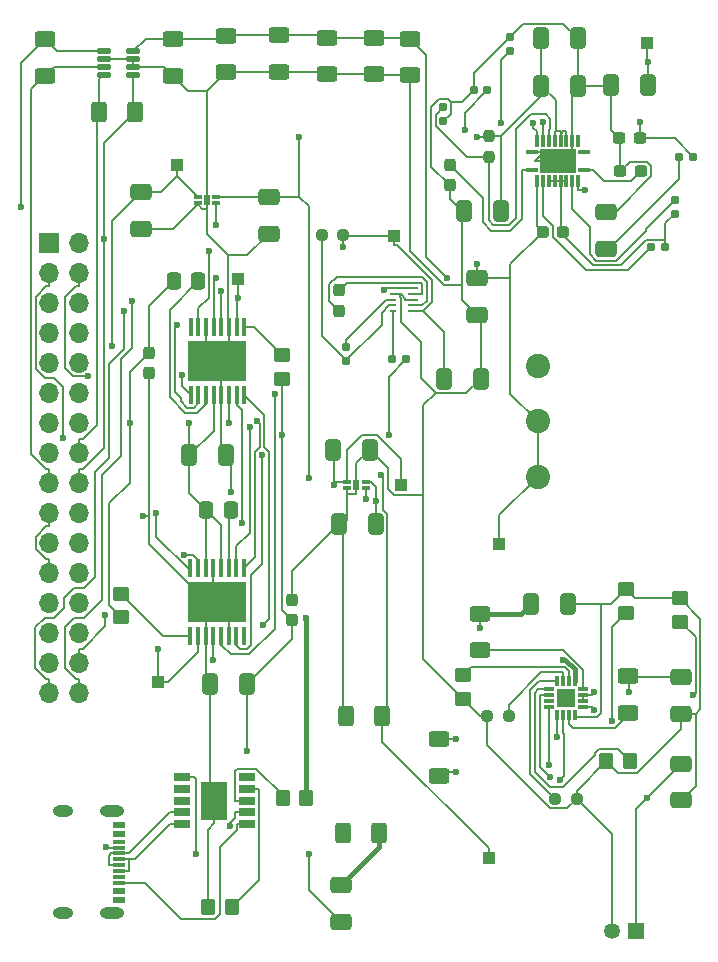
<source format=gbr>
%TF.GenerationSoftware,KiCad,Pcbnew,9.0.0*%
%TF.CreationDate,2025-04-05T16:57:48+02:00*%
%TF.ProjectId,PCB_v2,5043425f-7632-42e6-9b69-6361645f7063,rev?*%
%TF.SameCoordinates,Original*%
%TF.FileFunction,Copper,L1,Top*%
%TF.FilePolarity,Positive*%
%FSLAX46Y46*%
G04 Gerber Fmt 4.6, Leading zero omitted, Abs format (unit mm)*
G04 Created by KiCad (PCBNEW 9.0.0) date 2025-04-05 16:57:48*
%MOMM*%
%LPD*%
G01*
G04 APERTURE LIST*
G04 Aperture macros list*
%AMRoundRect*
0 Rectangle with rounded corners*
0 $1 Rounding radius*
0 $2 $3 $4 $5 $6 $7 $8 $9 X,Y pos of 4 corners*
0 Add a 4 corners polygon primitive as box body*
4,1,4,$2,$3,$4,$5,$6,$7,$8,$9,$2,$3,0*
0 Add four circle primitives for the rounded corners*
1,1,$1+$1,$2,$3*
1,1,$1+$1,$4,$5*
1,1,$1+$1,$6,$7*
1,1,$1+$1,$8,$9*
0 Add four rect primitives between the rounded corners*
20,1,$1+$1,$2,$3,$4,$5,0*
20,1,$1+$1,$4,$5,$6,$7,0*
20,1,$1+$1,$6,$7,$8,$9,0*
20,1,$1+$1,$8,$9,$2,$3,0*%
G04 Aperture macros list end*
%TA.AperFunction,SMDPad,CuDef*%
%ADD10R,1.000000X1.000000*%
%TD*%
%TA.AperFunction,ComponentPad*%
%ADD11R,1.350000X1.350000*%
%TD*%
%TA.AperFunction,ComponentPad*%
%ADD12C,1.350000*%
%TD*%
%TA.AperFunction,SMDPad,CuDef*%
%ADD13RoundRect,0.237500X0.250000X0.237500X-0.250000X0.237500X-0.250000X-0.237500X0.250000X-0.237500X0*%
%TD*%
%TA.AperFunction,SMDPad,CuDef*%
%ADD14RoundRect,0.250000X-0.625000X0.400000X-0.625000X-0.400000X0.625000X-0.400000X0.625000X0.400000X0*%
%TD*%
%TA.AperFunction,SMDPad,CuDef*%
%ADD15RoundRect,0.250000X0.400000X0.625000X-0.400000X0.625000X-0.400000X-0.625000X0.400000X-0.625000X0*%
%TD*%
%TA.AperFunction,SMDPad,CuDef*%
%ADD16RoundRect,0.250000X0.450000X-0.350000X0.450000X0.350000X-0.450000X0.350000X-0.450000X-0.350000X0*%
%TD*%
%TA.AperFunction,SMDPad,CuDef*%
%ADD17R,1.400000X0.700000*%
%TD*%
%TA.AperFunction,SMDPad,CuDef*%
%ADD18R,2.300000X3.200000*%
%TD*%
%TA.AperFunction,SMDPad,CuDef*%
%ADD19RoundRect,0.160000X0.197500X0.160000X-0.197500X0.160000X-0.197500X-0.160000X0.197500X-0.160000X0*%
%TD*%
%TA.AperFunction,SMDPad,CuDef*%
%ADD20RoundRect,0.250000X0.412500X0.650000X-0.412500X0.650000X-0.412500X-0.650000X0.412500X-0.650000X0*%
%TD*%
%TA.AperFunction,SMDPad,CuDef*%
%ADD21RoundRect,0.237500X0.237500X-0.250000X0.237500X0.250000X-0.237500X0.250000X-0.237500X-0.250000X0*%
%TD*%
%TA.AperFunction,SMDPad,CuDef*%
%ADD22RoundRect,0.250000X-0.412500X-0.650000X0.412500X-0.650000X0.412500X0.650000X-0.412500X0.650000X0*%
%TD*%
%TA.AperFunction,SMDPad,CuDef*%
%ADD23RoundRect,0.237500X0.237500X-0.300000X0.237500X0.300000X-0.237500X0.300000X-0.237500X-0.300000X0*%
%TD*%
%TA.AperFunction,SMDPad,CuDef*%
%ADD24RoundRect,0.237500X-0.237500X0.300000X-0.237500X-0.300000X0.237500X-0.300000X0.237500X0.300000X0*%
%TD*%
%TA.AperFunction,SMDPad,CuDef*%
%ADD25RoundRect,0.237500X-0.300000X-0.237500X0.300000X-0.237500X0.300000X0.237500X-0.300000X0.237500X0*%
%TD*%
%TA.AperFunction,SMDPad,CuDef*%
%ADD26RoundRect,0.250000X0.650000X-0.412500X0.650000X0.412500X-0.650000X0.412500X-0.650000X-0.412500X0*%
%TD*%
%TA.AperFunction,SMDPad,CuDef*%
%ADD27R,0.600000X0.250000*%
%TD*%
%TA.AperFunction,SMDPad,CuDef*%
%ADD28R,0.900000X0.250000*%
%TD*%
%TA.AperFunction,SMDPad,CuDef*%
%ADD29R,1.300000X0.250000*%
%TD*%
%TA.AperFunction,SMDPad,CuDef*%
%ADD30RoundRect,0.250000X-0.450000X0.350000X-0.450000X-0.350000X0.450000X-0.350000X0.450000X0.350000X0*%
%TD*%
%TA.AperFunction,SMDPad,CuDef*%
%ADD31RoundRect,0.250000X-0.650000X0.412500X-0.650000X-0.412500X0.650000X-0.412500X0.650000X0.412500X0*%
%TD*%
%TA.AperFunction,SMDPad,CuDef*%
%ADD32RoundRect,0.250000X0.350000X0.450000X-0.350000X0.450000X-0.350000X-0.450000X0.350000X-0.450000X0*%
%TD*%
%TA.AperFunction,SMDPad,CuDef*%
%ADD33RoundRect,0.155000X0.155000X-0.212500X0.155000X0.212500X-0.155000X0.212500X-0.155000X-0.212500X0*%
%TD*%
%TA.AperFunction,ComponentPad*%
%ADD34C,2.057400*%
%TD*%
%TA.AperFunction,SMDPad,CuDef*%
%ADD35R,0.990000X0.300000*%
%TD*%
%TA.AperFunction,SMDPad,CuDef*%
%ADD36R,0.300000X0.990000*%
%TD*%
%TA.AperFunction,SMDPad,CuDef*%
%ADD37R,3.150000X2.150000*%
%TD*%
%TA.AperFunction,SMDPad,CuDef*%
%ADD38RoundRect,0.033750X-0.321250X-0.101250X0.321250X-0.101250X0.321250X0.101250X-0.321250X0.101250X0*%
%TD*%
%TA.AperFunction,SMDPad,CuDef*%
%ADD39R,0.500000X0.860000*%
%TD*%
%TA.AperFunction,SMDPad,CuDef*%
%ADD40RoundRect,0.160000X0.160000X-0.197500X0.160000X0.197500X-0.160000X0.197500X-0.160000X-0.197500X0*%
%TD*%
%TA.AperFunction,SMDPad,CuDef*%
%ADD41R,1.140000X0.600000*%
%TD*%
%TA.AperFunction,SMDPad,CuDef*%
%ADD42R,1.140000X0.300000*%
%TD*%
%TA.AperFunction,ComponentPad*%
%ADD43O,2.050000X0.950000*%
%TD*%
%TA.AperFunction,ComponentPad*%
%ADD44O,1.750000X0.950000*%
%TD*%
%TA.AperFunction,SMDPad,CuDef*%
%ADD45RoundRect,0.237500X-0.250000X-0.237500X0.250000X-0.237500X0.250000X0.237500X-0.250000X0.237500X0*%
%TD*%
%TA.AperFunction,SMDPad,CuDef*%
%ADD46RoundRect,0.100000X-0.100000X0.687500X-0.100000X-0.687500X0.100000X-0.687500X0.100000X0.687500X0*%
%TD*%
%TA.AperFunction,HeatsinkPad*%
%ADD47R,5.000000X3.400000*%
%TD*%
%TA.AperFunction,SMDPad,CuDef*%
%ADD48RoundRect,0.060000X-0.545000X-0.180000X0.545000X-0.180000X0.545000X0.180000X-0.545000X0.180000X0*%
%TD*%
%TA.AperFunction,SMDPad,CuDef*%
%ADD49RoundRect,0.250000X-0.337500X-0.475000X0.337500X-0.475000X0.337500X0.475000X-0.337500X0.475000X0*%
%TD*%
%TA.AperFunction,SMDPad,CuDef*%
%ADD50RoundRect,0.250000X-0.400000X-0.625000X0.400000X-0.625000X0.400000X0.625000X-0.400000X0.625000X0*%
%TD*%
%TA.AperFunction,SMDPad,CuDef*%
%ADD51RoundRect,0.155000X-0.212500X-0.155000X0.212500X-0.155000X0.212500X0.155000X-0.212500X0.155000X0*%
%TD*%
%TA.AperFunction,SMDPad,CuDef*%
%ADD52RoundRect,0.237500X0.287500X0.237500X-0.287500X0.237500X-0.287500X-0.237500X0.287500X-0.237500X0*%
%TD*%
%TA.AperFunction,SMDPad,CuDef*%
%ADD53R,0.850000X0.300000*%
%TD*%
%TA.AperFunction,SMDPad,CuDef*%
%ADD54R,0.300000X0.850000*%
%TD*%
%TA.AperFunction,SMDPad,CuDef*%
%ADD55R,1.650000X1.650000*%
%TD*%
%TA.AperFunction,SMDPad,CuDef*%
%ADD56RoundRect,0.250000X-0.350000X-0.450000X0.350000X-0.450000X0.350000X0.450000X-0.350000X0.450000X0*%
%TD*%
%TA.AperFunction,SMDPad,CuDef*%
%ADD57RoundRect,0.237500X-0.237500X0.287500X-0.237500X-0.287500X0.237500X-0.287500X0.237500X0.287500X0*%
%TD*%
%TA.AperFunction,ComponentPad*%
%ADD58R,1.700000X1.700000*%
%TD*%
%TA.AperFunction,ComponentPad*%
%ADD59O,1.700000X1.700000*%
%TD*%
%TA.AperFunction,ComponentPad*%
%ADD60R,1.000000X1.000000*%
%TD*%
%TA.AperFunction,SMDPad,CuDef*%
%ADD61RoundRect,0.100000X0.100000X-0.687500X0.100000X0.687500X-0.100000X0.687500X-0.100000X-0.687500X0*%
%TD*%
%TA.AperFunction,ViaPad*%
%ADD62C,0.600000*%
%TD*%
%TA.AperFunction,Conductor*%
%ADD63C,0.200000*%
%TD*%
%TA.AperFunction,Conductor*%
%ADD64C,0.400000*%
%TD*%
G04 APERTURE END LIST*
D10*
%TO.P,TP6,1,1*%
%TO.N,/MOTOR3_A_OUT*%
X101350000Y-112550000D03*
%TD*%
D11*
%TO.P,J3,1,Pin_1*%
%TO.N,/Battery*%
X141775000Y-133600000D03*
D12*
%TO.P,J3,2,Pin_2*%
%TO.N,GND*%
X139775000Y-133600000D03*
%TD*%
D13*
%TO.P,R12,1*%
%TO.N,GND*%
X136787500Y-122376000D03*
%TO.P,R12,2*%
%TO.N,Net-(U6-ISET)*%
X134962500Y-122376000D03*
%TD*%
D14*
%TO.P,R32,1*%
%TO.N,/Battery*%
X107125000Y-57775000D03*
%TO.P,R32,2*%
%TO.N,GND*%
X107125000Y-60875000D03*
%TD*%
D15*
%TO.P,R16,1*%
%TO.N,/MCU C control*%
X120325000Y-115425000D03*
%TO.P,R16,2*%
%TO.N,GND*%
X117225000Y-115425000D03*
%TD*%
D10*
%TO.P,TP5,1,1*%
%TO.N,/MOTOR1_A_OUT*%
X108150000Y-78350000D03*
%TD*%
D16*
%TO.P,R17,1*%
%TO.N,Net-(U6-EN2)*%
X140950000Y-106651000D03*
%TO.P,R17,2*%
%TO.N,GND*%
X140950000Y-104651000D03*
%TD*%
D17*
%TO.P,IC1,1,VDD*%
%TO.N,Net-(IC1-VDD)*%
X103375000Y-120550000D03*
%TO.P,IC1,2,CFG2*%
%TO.N,unconnected-(IC1-CFG2-Pad2)*%
X103375000Y-121550000D03*
%TO.P,IC1,3,CFG3*%
%TO.N,unconnected-(IC1-CFG3-Pad3)*%
X103375000Y-122550000D03*
%TO.P,IC1,4,DP*%
%TO.N,Net-(IC1-DP)*%
X103375000Y-123550000D03*
%TO.P,IC1,5,DM*%
%TO.N,Net-(IC1-DM)*%
X103375000Y-124550000D03*
%TO.P,IC1,6,CC2*%
%TO.N,Net-(IC1-CC2)*%
X108875000Y-124550000D03*
%TO.P,IC1,7,CC1*%
%TO.N,Net-(IC1-CC1)*%
X108875000Y-123550000D03*
%TO.P,IC1,8,VBUS*%
%TO.N,Net-(IC1-VBUS)*%
X108875000Y-122550000D03*
%TO.P,IC1,9,CFG1*%
%TO.N,Net-(IC1-CFG1)*%
X108875000Y-121550000D03*
%TO.P,IC1,10,PG*%
%TO.N,unconnected-(IC1-PG-Pad10)*%
X108875000Y-120550000D03*
D18*
%TO.P,IC1,11,GND*%
%TO.N,GND*%
X106125000Y-122550000D03*
%TD*%
D14*
%TO.P,R18,1*%
%TO.N,Net-(C14-Pad2)*%
X141150000Y-112025000D03*
%TO.P,R18,2*%
%TO.N,Net-(U6-~{PGOOD})*%
X141150000Y-115125000D03*
%TD*%
D19*
%TO.P,R25,1*%
%TO.N,/Battery*%
X122345000Y-85175000D03*
%TO.P,R25,2*%
%TO.N,Net-(IC3-PG)*%
X121150000Y-85175000D03*
%TD*%
D20*
%TO.P,C15,1*%
%TO.N,GND*%
X136912500Y-62025000D03*
%TO.P,C15,2*%
%TO.N,/5V Out*%
X133787500Y-62025000D03*
%TD*%
D21*
%TO.P,R20,1*%
%TO.N,Net-(IC2-FB)*%
X129350000Y-68087500D03*
%TO.P,R20,2*%
%TO.N,/5V Out*%
X129350000Y-66262500D03*
%TD*%
D20*
%TO.P,C6,1*%
%TO.N,GND*%
X136037500Y-105901000D03*
%TO.P,C6,2*%
%TO.N,/HV*%
X132912500Y-105901000D03*
%TD*%
D22*
%TO.P,C8,1*%
%TO.N,/EXT_LOAD1_OUT*%
X116162500Y-92825000D03*
%TO.P,C8,2*%
%TO.N,GND*%
X119287500Y-92825000D03*
%TD*%
D23*
%TO.P,C21,1*%
%TO.N,GND*%
X126075000Y-70462500D03*
%TO.P,C21,2*%
%TO.N,Net-(IC2-VCC)*%
X126075000Y-68737500D03*
%TD*%
D24*
%TO.P,C11,1*%
%TO.N,/Battery*%
X100600000Y-84612500D03*
%TO.P,C11,2*%
%TO.N,GND*%
X100600000Y-86337500D03*
%TD*%
D15*
%TO.P,R8,1*%
%TO.N,/3V3 Out*%
X99425000Y-64275000D03*
%TO.P,R8,2*%
%TO.N,/I2C1_SCL*%
X96325000Y-64275000D03*
%TD*%
D10*
%TO.P,TP2,1,1*%
%TO.N,/EXT_LOAD2_OUT*%
X102950000Y-68700000D03*
%TD*%
%TO.P,TP1,1,1*%
%TO.N,/EXT_LOAD1_OUT*%
X121950000Y-95850000D03*
%TD*%
D25*
%TO.P,C17,1*%
%TO.N,GND*%
X140412500Y-66475000D03*
%TO.P,C17,2*%
%TO.N,Net-(IC2-COMP)*%
X142137500Y-66475000D03*
%TD*%
D26*
%TO.P,C13,1*%
%TO.N,GND*%
X145650000Y-122538500D03*
%TO.P,C13,2*%
%TO.N,/Battery*%
X145650000Y-119413500D03*
%TD*%
D14*
%TO.P,R14,1*%
%TO.N,Net-(C14-Pad2)*%
X125150000Y-117350000D03*
%TO.P,R14,2*%
%TO.N,Net-(U6-~{CHG})*%
X125150000Y-120450000D03*
%TD*%
D27*
%TO.P,IC3,1,EN*%
%TO.N,/Battery*%
X121275000Y-79125000D03*
%TO.P,IC3,2,MODE*%
%TO.N,GND*%
X121275000Y-79625000D03*
%TO.P,IC3,3,AGND*%
%TO.N,Net-(IC3-AGND)*%
X121275000Y-80125000D03*
%TO.P,IC3,4,FB*%
%TO.N,Net-(IC3-FB)*%
X121275000Y-80625000D03*
%TO.P,IC3,5,PG*%
%TO.N,Net-(IC3-PG)*%
X121275000Y-81125000D03*
D28*
%TO.P,IC3,6,VOUT*%
%TO.N,/3V3 Out*%
X122925000Y-81125000D03*
%TO.P,IC3,7,L2*%
%TO.N,Net-(IC3-L2)*%
X122925000Y-80625000D03*
D29*
%TO.P,IC3,8,GND*%
%TO.N,GND*%
X122725000Y-80125000D03*
D28*
%TO.P,IC3,9,L1*%
%TO.N,Net-(IC3-L1)*%
X122925000Y-79625000D03*
%TO.P,IC3,10,VIN*%
%TO.N,/Battery*%
X122925000Y-79125000D03*
%TD*%
D30*
%TO.P,R19,1*%
%TO.N,Net-(U6-TMR)*%
X127150000Y-111950000D03*
%TO.P,R19,2*%
%TO.N,GND*%
X127150000Y-113950000D03*
%TD*%
D31*
%TO.P,C10,1*%
%TO.N,/EXT_LOAD2_OUT*%
X99900000Y-71012500D03*
%TO.P,C10,2*%
%TO.N,GND*%
X99900000Y-74137500D03*
%TD*%
D26*
%TO.P,C14,1*%
%TO.N,GND*%
X145650000Y-115188500D03*
%TO.P,C14,2*%
%TO.N,Net-(C14-Pad2)*%
X145650000Y-112063500D03*
%TD*%
D14*
%TO.P,R13,1*%
%TO.N,/HV*%
X128575000Y-106725000D03*
%TO.P,R13,2*%
%TO.N,Net-(U6-ILIM)*%
X128575000Y-109825000D03*
%TD*%
D32*
%TO.P,R33,1*%
%TO.N,Net-(U6-TS)*%
X141300000Y-119201000D03*
%TO.P,R33,2*%
%TO.N,GND*%
X139300000Y-119201000D03*
%TD*%
D33*
%TO.P,C24,1*%
%TO.N,Net-(IC2-SW_1)*%
X145075000Y-72867500D03*
%TO.P,C24,2*%
%TO.N,Net-(IC2-BOOT)*%
X145075000Y-71732500D03*
%TD*%
D10*
%TO.P,TP3,1,1*%
%TO.N,/Battery*%
X130225000Y-100800000D03*
%TD*%
D34*
%TO.P,SW1,1,1*%
%TO.N,unconnected-(SW1-Pad1)*%
X133490700Y-85733400D03*
%TO.P,SW1,2,2*%
%TO.N,/Battery*%
X133490700Y-90433401D03*
%TO.P,SW1,3,3*%
X133490700Y-95133401D03*
%TD*%
D35*
%TO.P,IC2,1,VCC*%
%TO.N,Net-(IC2-VCC)*%
X132975000Y-69125000D03*
D36*
%TO.P,IC2,2,EN*%
%TO.N,/Battery*%
X133425000Y-70075000D03*
%TO.P,IC2,3,FSW*%
%TO.N,Net-(IC2-FSW)*%
X133925000Y-70075000D03*
%TO.P,IC2,4,SW_1*%
%TO.N,Net-(IC2-SW_1)*%
X134425000Y-70075000D03*
%TO.P,IC2,5,SW_2*%
X134925000Y-70075000D03*
%TO.P,IC2,6,SW_3*%
X135425000Y-70075000D03*
%TO.P,IC2,7,SW_4*%
X135925000Y-70075000D03*
%TO.P,IC2,8,BOOT*%
%TO.N,Net-(IC2-BOOT)*%
X136425000Y-70075000D03*
%TO.P,IC2,9,VBN*%
%TO.N,Net-(IC2-VBN)*%
X136925000Y-70075000D03*
D35*
%TO.P,IC2,10,SS*%
%TO.N,Net-(IC2-SS)*%
X137375000Y-69125000D03*
%TO.P,IC2,11,NC_1*%
%TO.N,unconnected-(IC2-NC_1-Pad11)*%
X137375000Y-67625000D03*
D36*
%TO.P,IC2,12,NC_2*%
%TO.N,unconnected-(IC2-NC_2-Pad12)*%
X136925000Y-66675000D03*
%TO.P,IC2,13,MODE*%
%TO.N,GND*%
X136425000Y-66675000D03*
%TO.P,IC2,14,VOUT_1*%
%TO.N,/5V Out*%
X135925000Y-66675000D03*
%TO.P,IC2,15,VOUT_2*%
X135425000Y-66675000D03*
%TO.P,IC2,16,VOUT_3*%
X134925000Y-66675000D03*
%TO.P,IC2,17,FB*%
%TO.N,Net-(IC2-FB)*%
X134425000Y-66675000D03*
%TO.P,IC2,18,COMP*%
%TO.N,Net-(IC2-COMP)*%
X133925000Y-66675000D03*
%TO.P,IC2,19,ILIM*%
%TO.N,Net-(IC2-ILIM)*%
X133425000Y-66675000D03*
D35*
%TO.P,IC2,20,AGND*%
%TO.N,GND*%
X132975000Y-67625000D03*
D37*
%TO.P,IC2,21,PGND*%
X135175000Y-68375000D03*
%TD*%
D38*
%TO.P,U4,1,OUT*%
%TO.N,/EXT_LOAD1_OUT*%
X117335000Y-95600000D03*
%TO.P,U4,2,GND*%
%TO.N,GND*%
X117335000Y-96100000D03*
%TO.P,U4,3,ON*%
%TO.N,/CTRL_EXT_LOAD1*%
X118925000Y-96100000D03*
%TO.P,U4,4,IN*%
%TO.N,/5V Out*%
X118925000Y-95600000D03*
D39*
%TO.P,U4,5,GND*%
%TO.N,GND*%
X118130000Y-95850000D03*
%TD*%
D40*
%TO.P,R23,1*%
%TO.N,Net-(IC2-ILIM)*%
X131150000Y-59097500D03*
%TO.P,R23,2*%
%TO.N,GND*%
X131150000Y-57902500D03*
%TD*%
D41*
%TO.P,J2,A1_B12*%
%TO.N,N/C*%
X98025000Y-124575000D03*
%TO.P,J2,A4_B9*%
X98025000Y-125375000D03*
D42*
%TO.P,J2,A5,CC1*%
%TO.N,Net-(IC1-CC1)*%
X98025000Y-126525000D03*
%TO.P,J2,A6,D+*%
%TO.N,Net-(IC1-DM)*%
X98025000Y-127525000D03*
%TO.P,J2,A7,D-*%
%TO.N,Net-(IC1-DP)*%
X98025000Y-128025000D03*
%TO.P,J2,A8,SBU1*%
%TO.N,unconnected-(J2-SBU1-PadA8)*%
X98025000Y-129025000D03*
D41*
%TO.P,J2,B1_A12*%
%TO.N,N/C*%
X98025000Y-130975000D03*
%TO.P,J2,B4_A9*%
X98025000Y-130175000D03*
D42*
%TO.P,J2,B5,CC2*%
%TO.N,Net-(IC1-CC2)*%
X98025000Y-129525000D03*
%TO.P,J2,B6,D+*%
%TO.N,Net-(IC1-DM)*%
X98025000Y-128525000D03*
%TO.P,J2,B7,D-*%
%TO.N,Net-(IC1-DP)*%
X98025000Y-127025000D03*
%TO.P,J2,B8,SBU2*%
%TO.N,unconnected-(J2-SBU2-PadB8)*%
X98025000Y-126025000D03*
D43*
%TO.P,J2,SH1*%
%TO.N,N/C*%
X97475000Y-123450000D03*
%TO.P,J2,SH2*%
X97475000Y-132100000D03*
D44*
%TO.P,J2,SH3*%
X93275000Y-123450000D03*
%TO.P,J2,SH4*%
X93275000Y-132100000D03*
%TD*%
D45*
%TO.P,R11,1*%
%TO.N,GND*%
X129200000Y-115425000D03*
%TO.P,R11,2*%
%TO.N,Net-(U6-ITERM)*%
X131025000Y-115425000D03*
%TD*%
D10*
%TO.P,3v3TP1,1,1*%
%TO.N,/3V3 Out*%
X121300000Y-74725000D03*
%TD*%
%TO.P,TP4,1,1*%
%TO.N,/5V Out*%
X142775000Y-58425000D03*
%TD*%
D46*
%TO.P,U1,1,~{SLEEP}*%
%TO.N,Net-(U1-~{SLEEP})*%
X108650000Y-82487500D03*
%TO.P,U1,2,AOUT1*%
%TO.N,/MOTOR1_A_OUT*%
X108000000Y-82487500D03*
%TO.P,U1,3,AISEN*%
%TO.N,GND*%
X107350000Y-82487500D03*
%TO.P,U1,4,AOUT2*%
%TO.N,/MOTOR1_B_OUT*%
X106700000Y-82487500D03*
%TO.P,U1,5,BOUT2*%
%TO.N,/Motor2_B_OUT*%
X106050000Y-82487500D03*
%TO.P,U1,6,BISEN*%
%TO.N,GND*%
X105400000Y-82487500D03*
%TO.P,U1,7,BOUT1*%
%TO.N,/Motor2_A_OUT*%
X104750000Y-82487500D03*
%TO.P,U1,8,~{FAULT}*%
%TO.N,unconnected-(U1-~{FAULT}-Pad8)*%
X104100000Y-82487500D03*
%TO.P,U1,9,BIN1*%
%TO.N,/MOTOR2_CTRL1*%
X104100000Y-88212500D03*
%TO.P,U1,10,BIN2*%
%TO.N,/MOTOR2_CTRL2*%
X104750000Y-88212500D03*
%TO.P,U1,11,VCP*%
%TO.N,Net-(U1-VCP)*%
X105400000Y-88212500D03*
%TO.P,U1,12,VM*%
%TO.N,/Battery*%
X106050000Y-88212500D03*
%TO.P,U1,13,GND*%
%TO.N,GND*%
X106700000Y-88212500D03*
%TO.P,U1,14,VINT*%
%TO.N,/Battery*%
X107350000Y-88212500D03*
%TO.P,U1,15,AIN2*%
%TO.N,/MOTOR1_CTRL2*%
X108000000Y-88212500D03*
%TO.P,U1,16,AIN1*%
%TO.N,/MOTOR1_CTRL1*%
X108650000Y-88212500D03*
D47*
%TO.P,U1,17,GND*%
%TO.N,GND*%
X106375000Y-85350000D03*
%TD*%
D40*
%TO.P,R21,1*%
%TO.N,GND*%
X125512500Y-65047500D03*
%TO.P,R21,2*%
%TO.N,Net-(IC2-FB)*%
X125512500Y-63852500D03*
%TD*%
D14*
%TO.P,R29,1*%
%TO.N,/Battery*%
X122650000Y-58050000D03*
%TO.P,R29,2*%
%TO.N,GND*%
X122650000Y-61150000D03*
%TD*%
D48*
%TO.P,U3,1,A1*%
%TO.N,/3V3 Out*%
X96735000Y-59125000D03*
%TO.P,U3,2,A0*%
%TO.N,GND*%
X96735000Y-59775000D03*
%TO.P,U3,3,SDA*%
%TO.N,/I2C1_SDA*%
X96735000Y-60425000D03*
%TO.P,U3,4,SCL*%
%TO.N,/I2C1_SCL*%
X96735000Y-61075000D03*
%TO.P,U3,5,VS*%
%TO.N,/3V3 Out*%
X99245000Y-61075000D03*
%TO.P,U3,6,GND*%
%TO.N,GND*%
X99245000Y-60425000D03*
%TO.P,U3,7,IN-*%
X99245000Y-59775000D03*
%TO.P,U3,8,IN+*%
%TO.N,/Battery*%
X99245000Y-59125000D03*
%TD*%
D20*
%TO.P,C2,1*%
%TO.N,/Battery*%
X108855000Y-112675000D03*
%TO.P,C2,2*%
%TO.N,GND*%
X105730000Y-112675000D03*
%TD*%
D49*
%TO.P,C12,1*%
%TO.N,/Battery*%
X102662500Y-78600000D03*
%TO.P,C12,2*%
%TO.N,Net-(U1-VCP)*%
X104737500Y-78600000D03*
%TD*%
D19*
%TO.P,R24,1*%
%TO.N,Net-(IC2-SW_1)*%
X144300000Y-75700000D03*
%TO.P,R24,2*%
%TO.N,Net-(IC2-FSW)*%
X143105000Y-75700000D03*
%TD*%
D14*
%TO.P,R30,1*%
%TO.N,/Battery*%
X115650000Y-57950000D03*
%TO.P,R30,2*%
%TO.N,GND*%
X115650000Y-61050000D03*
%TD*%
D50*
%TO.P,R7,1*%
%TO.N,Vbus*%
X116975000Y-125275000D03*
%TO.P,R7,2*%
%TO.N,VDD*%
X120075000Y-125275000D03*
%TD*%
D30*
%TO.P,R2,1*%
%TO.N,Net-(U1-~{SLEEP})*%
X111825000Y-84825000D03*
%TO.P,R2,2*%
%TO.N,/Battery*%
X111825000Y-86825000D03*
%TD*%
D51*
%TO.P,C23,1*%
%TO.N,GND*%
X128090000Y-62375000D03*
%TO.P,C23,2*%
%TO.N,Net-(IC2-VBN)*%
X129225000Y-62375000D03*
%TD*%
D52*
%TO.P,L1,1,1*%
%TO.N,Net-(IC2-SW_1)*%
X135650000Y-74400000D03*
%TO.P,L1,2,2*%
%TO.N,/Battery*%
X133900000Y-74400000D03*
%TD*%
D14*
%TO.P,R28,1*%
%TO.N,/Battery*%
X119625000Y-57950000D03*
%TO.P,R28,2*%
%TO.N,GND*%
X119625000Y-61050000D03*
%TD*%
D49*
%TO.P,C4,1*%
%TO.N,/Battery*%
X105412500Y-97950000D03*
%TO.P,C4,2*%
%TO.N,Net-(U2-VCP)*%
X107487500Y-97950000D03*
%TD*%
D31*
%TO.P,C25,1*%
%TO.N,/Battery*%
X128375000Y-78287500D03*
%TO.P,C25,2*%
%TO.N,GND*%
X128375000Y-81412500D03*
%TD*%
D53*
%TO.P,U6,1,TS*%
%TO.N,Net-(U6-TS)*%
X134425000Y-113125000D03*
%TO.P,U6,2,BAT*%
%TO.N,/Battery*%
X134425000Y-113625000D03*
%TO.P,U6,3,BAT*%
%TO.N,unconnected-(U6-BAT-Pad3)*%
X134425000Y-114125000D03*
%TO.P,U6,4,~{CE}*%
%TO.N,Net-(U6-~{CE})*%
X134425000Y-114625000D03*
D54*
%TO.P,U6,5,EN2*%
%TO.N,Net-(U6-EN2)*%
X135125000Y-115325000D03*
%TO.P,U6,6,EN1*%
%TO.N,/MCU C control*%
X135625000Y-115325000D03*
%TO.P,U6,7,~{PGOOD}*%
%TO.N,Net-(U6-~{PGOOD})*%
X136125000Y-115325000D03*
%TO.P,U6,8,VSS*%
%TO.N,GND*%
X136625000Y-115325000D03*
D53*
%TO.P,U6,9,~{CHG}*%
%TO.N,Net-(U6-~{CHG})*%
X137325000Y-114625000D03*
%TO.P,U6,10,OUT*%
%TO.N,Net-(C14-Pad2)*%
X137325000Y-114125000D03*
%TO.P,U6,11,OUT*%
X137325000Y-113625000D03*
%TO.P,U6,12,ILIM*%
%TO.N,Net-(U6-ILIM)*%
X137325000Y-113125000D03*
D54*
%TO.P,U6,13,IN*%
%TO.N,/HV*%
X136625000Y-112425000D03*
%TO.P,U6,14,TMR*%
%TO.N,Net-(U6-TMR)*%
X136125000Y-112425000D03*
%TO.P,U6,15,ITERM*%
%TO.N,Net-(U6-ITERM)*%
X135625000Y-112425000D03*
%TO.P,U6,16,ISET*%
%TO.N,Net-(U6-ISET)*%
X135125000Y-112425000D03*
D55*
%TO.P,U6,17,VSS*%
%TO.N,unconnected-(U6-VSS-Pad17)*%
X135875000Y-113875000D03*
%TD*%
D20*
%TO.P,C16,1*%
%TO.N,GND*%
X136862500Y-57975000D03*
%TO.P,C16,2*%
%TO.N,/5V Out*%
X133737500Y-57975000D03*
%TD*%
D56*
%TO.P,R10,1*%
%TO.N,Net-(IC1-VBUS)*%
X111900000Y-122300000D03*
%TO.P,R10,2*%
%TO.N,/HV*%
X113900000Y-122300000D03*
%TD*%
D22*
%TO.P,C19,1*%
%TO.N,GND*%
X139687500Y-61950000D03*
%TO.P,C19,2*%
%TO.N,/5V Out*%
X142812500Y-61950000D03*
%TD*%
D25*
%TO.P,C22,1*%
%TO.N,GND*%
X140487500Y-69275000D03*
%TO.P,C22,2*%
%TO.N,Net-(IC2-SS)*%
X142212500Y-69275000D03*
%TD*%
D38*
%TO.P,U5,1,OUT*%
%TO.N,/EXT_LOAD2_OUT*%
X104705000Y-71450000D03*
%TO.P,U5,2,GND*%
%TO.N,GND*%
X104705000Y-71950000D03*
%TO.P,U5,3,ON*%
%TO.N,/CTRL_EXT_LOAD2*%
X106295000Y-71950000D03*
%TO.P,U5,4,IN*%
%TO.N,/5V Out*%
X106295000Y-71450000D03*
D39*
%TO.P,U5,5,GND*%
%TO.N,GND*%
X105500000Y-71700000D03*
%TD*%
D40*
%TO.P,R27,1*%
%TO.N,Net-(IC3-FB)*%
X117275000Y-85372500D03*
%TO.P,R27,2*%
%TO.N,Net-(IC3-AGND)*%
X117275000Y-84177500D03*
%TD*%
D14*
%TO.P,R3,1*%
%TO.N,/Battery*%
X102600000Y-58075000D03*
%TO.P,R3,2*%
%TO.N,GND*%
X102600000Y-61175000D03*
%TD*%
D57*
%TO.P,L2,1,1*%
%TO.N,Net-(IC3-L1)*%
X116700000Y-79325000D03*
%TO.P,L2,2,2*%
%TO.N,Net-(IC3-L2)*%
X116700000Y-81075000D03*
%TD*%
D31*
%TO.P,C18,1*%
%TO.N,GND*%
X139300000Y-72712500D03*
%TO.P,C18,2*%
%TO.N,Net-(C18-Pad2)*%
X139300000Y-75837500D03*
%TD*%
D19*
%TO.P,R22,1*%
%TO.N,Net-(IC2-COMP)*%
X146657500Y-68050000D03*
%TO.P,R22,2*%
%TO.N,Net-(C18-Pad2)*%
X145462500Y-68050000D03*
%TD*%
D58*
%TO.P,J1,1,Pin_1*%
%TO.N,/Motor2_B_OUT*%
X92150000Y-75310000D03*
D59*
%TO.P,J1,2,Pin_2*%
%TO.N,/Motor2_A_OUT*%
X94690000Y-75310000D03*
%TO.P,J1,3,Pin_3*%
%TO.N,/Motor4_A_OUT*%
X92150000Y-77850000D03*
%TO.P,J1,4,Pin_4*%
%TO.N,/MOTOR2_CTRL1*%
X94690000Y-77850000D03*
%TO.P,J1,5,Pin_5*%
%TO.N,/Motor4_B_OUT*%
X92150000Y-80390000D03*
%TO.P,J1,6,Pin_6*%
%TO.N,/MOTOR2_CTRL2*%
X94690000Y-80390000D03*
%TO.P,J1,7,Pin_7*%
%TO.N,/CTRL_EXT_LOAD2*%
X92150000Y-82930000D03*
%TO.P,J1,8,Pin_8*%
%TO.N,/MOTOR4_CTRL1*%
X94690000Y-82930000D03*
%TO.P,J1,9,Pin_9*%
%TO.N,/USART2_RX*%
X92150000Y-85470000D03*
%TO.P,J1,10,Pin_10*%
%TO.N,/MOTOR4_CTRL2*%
X94690000Y-85470000D03*
%TO.P,J1,11,Pin_11*%
%TO.N,/EXT_LOAD2_OUT*%
X92150000Y-88010000D03*
%TO.P,J1,12,Pin_12*%
%TO.N,/USART2_TX*%
X94690000Y-88010000D03*
%TO.P,J1,13,Pin_13*%
%TO.N,/MCU C control*%
X92150000Y-90550000D03*
%TO.P,J1,14,Pin_14*%
%TO.N,/Battery*%
X94690000Y-90550000D03*
%TO.P,J1,15,Pin_15*%
%TO.N,unconnected-(J1-Pin_15-Pad15)*%
X92150000Y-93090000D03*
%TO.P,J1,16,Pin_16*%
%TO.N,/I2C1_SCL*%
X94690000Y-93090000D03*
%TO.P,J1,17,Pin_17*%
%TO.N,/I2C1_SDA*%
X92150000Y-95630000D03*
%TO.P,J1,18,Pin_18*%
%TO.N,/3V3 Out*%
X94690000Y-95630000D03*
%TO.P,J1,19,Pin_19*%
%TO.N,GND*%
X92150000Y-98170000D03*
%TO.P,J1,20,Pin_20*%
%TO.N,/5V Out*%
X94690000Y-98170000D03*
%TO.P,J1,21,Pin_21*%
%TO.N,/EXT_LOAD1_OUT*%
X92150000Y-100710000D03*
%TO.P,J1,22,Pin_22*%
%TO.N,/HV*%
X94690000Y-100710000D03*
%TO.P,J1,23,Pin_23*%
%TO.N,GND*%
X92150000Y-103250000D03*
%TO.P,J1,24,Pin_24*%
%TO.N,/MOTOR3_CTRL1*%
X94690000Y-103250000D03*
%TO.P,J1,25,Pin_25*%
%TO.N,/CTRL_EXT_LOAD1*%
X92150000Y-105790000D03*
%TO.P,J1,26,Pin_26*%
%TO.N,/MOTOR3_CTRL2*%
X94690000Y-105790000D03*
%TO.P,J1,27,Pin_27*%
%TO.N,/MOTOR3_A_OUT*%
X92150000Y-108330000D03*
%TO.P,J1,28,Pin_28*%
%TO.N,/MOTOR1_CTRL1*%
X94690000Y-108330000D03*
%TO.P,J1,29,Pin_29*%
%TO.N,/MOTOR3_B_OUT*%
X92150000Y-110870000D03*
%TO.P,J1,30,Pin_30*%
%TO.N,/MOTOR1_CTRL2*%
X94690000Y-110870000D03*
%TO.P,J1,31,Pin_31*%
%TO.N,/MOTOR1_B_OUT*%
X92150000Y-113410000D03*
%TO.P,J1,32,Pin_32*%
%TO.N,/MOTOR1_A_OUT*%
X94690000Y-113410000D03*
%TD*%
D60*
%TO.P,MCUTP1,1,1*%
%TO.N,/MCU C control*%
X129350000Y-127375000D03*
%TD*%
D16*
%TO.P,R15,1*%
%TO.N,Net-(U6-~{CE})*%
X145525000Y-107401000D03*
%TO.P,R15,2*%
%TO.N,GND*%
X145525000Y-105401000D03*
%TD*%
D31*
%TO.P,C9,1*%
%TO.N,/5V Out*%
X110700000Y-71412500D03*
%TO.P,C9,2*%
%TO.N,GND*%
X110700000Y-74537500D03*
%TD*%
D30*
%TO.P,R6,1*%
%TO.N,Net-(U2-~{SLEEP})*%
X98200000Y-105025000D03*
%TO.P,R6,2*%
%TO.N,/Battery*%
X98200000Y-107025000D03*
%TD*%
D22*
%TO.P,C20,1*%
%TO.N,GND*%
X127262500Y-72625000D03*
%TO.P,C20,2*%
%TO.N,/5V Out*%
X130387500Y-72625000D03*
%TD*%
%TO.P,C1,1*%
%TO.N,/Battery*%
X103970000Y-93300000D03*
%TO.P,C1,2*%
%TO.N,GND*%
X107095000Y-93300000D03*
%TD*%
D61*
%TO.P,U2,1,~{SLEEP}*%
%TO.N,Net-(U2-~{SLEEP})*%
X104075000Y-108612500D03*
%TO.P,U2,2,AOUT1*%
%TO.N,/MOTOR3_A_OUT*%
X104725000Y-108612500D03*
%TO.P,U2,3,AISEN*%
%TO.N,GND*%
X105375000Y-108612500D03*
%TO.P,U2,4,AOUT2*%
%TO.N,/MOTOR3_B_OUT*%
X106025000Y-108612500D03*
%TO.P,U2,5,BOUT2*%
%TO.N,/Motor4_B_OUT*%
X106675000Y-108612500D03*
%TO.P,U2,6,BISEN*%
%TO.N,GND*%
X107325000Y-108612500D03*
%TO.P,U2,7,BOUT1*%
%TO.N,/Motor4_A_OUT*%
X107975000Y-108612500D03*
%TO.P,U2,8,~{FAULT}*%
%TO.N,unconnected-(U2-~{FAULT}-Pad8)*%
X108625000Y-108612500D03*
%TO.P,U2,9,BIN1*%
%TO.N,/MOTOR4_CTRL1*%
X108625000Y-102887500D03*
%TO.P,U2,10,BIN2*%
%TO.N,/MOTOR4_CTRL2*%
X107975000Y-102887500D03*
%TO.P,U2,11,VCP*%
%TO.N,Net-(U2-VCP)*%
X107325000Y-102887500D03*
%TO.P,U2,12,VM*%
%TO.N,/Battery*%
X106675000Y-102887500D03*
%TO.P,U2,13,GND*%
%TO.N,GND*%
X106025000Y-102887500D03*
%TO.P,U2,14,VINT*%
%TO.N,/Battery*%
X105375000Y-102887500D03*
%TO.P,U2,15,AIN2*%
%TO.N,/MOTOR3_CTRL2*%
X104725000Y-102887500D03*
%TO.P,U2,16,AIN1*%
%TO.N,/MOTOR3_CTRL1*%
X104075000Y-102887500D03*
D47*
%TO.P,U2,17,GND*%
%TO.N,GND*%
X106350000Y-105750000D03*
%TD*%
D23*
%TO.P,C5,1*%
%TO.N,/Battery*%
X112700000Y-107287500D03*
%TO.P,C5,2*%
%TO.N,GND*%
X112700000Y-105562500D03*
%TD*%
D14*
%TO.P,R5,1*%
%TO.N,/3V3 Out*%
X91750000Y-58075000D03*
%TO.P,R5,2*%
%TO.N,/I2C1_SDA*%
X91750000Y-61175000D03*
%TD*%
D31*
%TO.P,C3,1*%
%TO.N,VDD*%
X116800000Y-129737500D03*
%TO.P,C3,2*%
%TO.N,Net-(IC1-VDD)*%
X116800000Y-132862500D03*
%TD*%
D14*
%TO.P,R31,1*%
%TO.N,/Battery*%
X111575000Y-57750000D03*
%TO.P,R31,2*%
%TO.N,GND*%
X111575000Y-60850000D03*
%TD*%
D22*
%TO.P,C26,1*%
%TO.N,/3V3 Out*%
X125525000Y-86825000D03*
%TO.P,C26,2*%
%TO.N,GND*%
X128650000Y-86825000D03*
%TD*%
D20*
%TO.P,C7,1*%
%TO.N,/5V Out*%
X119787500Y-99150000D03*
%TO.P,C7,2*%
%TO.N,GND*%
X116662500Y-99150000D03*
%TD*%
D56*
%TO.P,R9,1*%
%TO.N,GND*%
X105575000Y-131550000D03*
%TO.P,R9,2*%
%TO.N,Net-(IC1-CFG1)*%
X107575000Y-131550000D03*
%TD*%
D13*
%TO.P,R26,1*%
%TO.N,/3V3 Out*%
X117025000Y-74675000D03*
%TO.P,R26,2*%
%TO.N,Net-(IC3-FB)*%
X115200000Y-74675000D03*
%TD*%
D62*
%TO.N,Net-(U6-~{CHG})*%
X138265700Y-114864900D03*
X126547900Y-120125900D03*
%TO.N,/Motor4_B_OUT*%
X111207700Y-88098400D03*
%TO.N,/Motor4_A_OUT*%
X93301700Y-91820000D03*
X110153800Y-93250100D03*
%TO.N,/MOTOR1_CTRL1*%
X110248100Y-107696300D03*
%TO.N,Net-(IC2-COMP)*%
X133925000Y-65086000D03*
X142137500Y-65086000D03*
%TO.N,Net-(C14-Pad2)*%
X126548300Y-117350000D03*
X141188500Y-113360800D03*
X138275700Y-113360800D03*
%TO.N,Net-(U6-EN2)*%
X135127200Y-117191400D03*
X139769700Y-115799100D03*
%TO.N,Net-(U6-~{CE})*%
X134425000Y-119503000D03*
X146663500Y-113619900D03*
%TO.N,Net-(IC1-VDD)*%
X114091300Y-127108200D03*
X104581300Y-127108200D03*
%TO.N,/MOTOR2_CTRL1*%
X95458600Y-86621700D03*
X103365500Y-86553300D03*
%TO.N,/MOTOR1_A_OUT*%
X99120100Y-80215100D03*
X108147800Y-80018200D03*
%TO.N,/MOTOR1_CTRL2*%
X96889600Y-106831700D03*
X108414800Y-99028600D03*
%TO.N,/MOTOR3_B_OUT*%
X106025000Y-110681600D03*
%TO.N,/MOTOR3_CTRL2*%
X103564700Y-101750300D03*
%TO.N,/MOTOR1_B_OUT*%
X98475700Y-81092100D03*
X106700000Y-79399700D03*
%TO.N,/MCU C control*%
X135392200Y-120786200D03*
X120194100Y-94964300D03*
%TO.N,/Motor2_B_OUT*%
X106252100Y-78281600D03*
%TO.N,/CTRL_EXT_LOAD1*%
X118925000Y-97001400D03*
%TO.N,/MOTOR4_CTRL2*%
X109149500Y-90961300D03*
%TO.N,/CTRL_EXT_LOAD2*%
X106295000Y-73837700D03*
%TO.N,/MOTOR2_CTRL2*%
X102981400Y-82285300D03*
%TO.N,/Motor2_A_OUT*%
X105638000Y-76050600D03*
%TO.N,/MOTOR3_A_OUT*%
X101350000Y-109713700D03*
%TO.N,/MOTOR3_CTRL1*%
X101161000Y-98175400D03*
%TO.N,/MOTOR4_CTRL1*%
X109735200Y-90398300D03*
%TO.N,Net-(IC2-ILIM)*%
X130363800Y-65143700D03*
X133118400Y-65143700D03*
%TO.N,Net-(IC1-CC1)*%
X96952700Y-126499000D03*
X107414800Y-124716500D03*
%TO.N,Net-(IC2-VBN)*%
X137498700Y-70871700D03*
X127294500Y-65745400D03*
%TO.N,/EXT_LOAD2_OUT*%
X97418000Y-84083700D03*
%TO.N,/EXT_LOAD1_OUT*%
X116278700Y-95827100D03*
%TO.N,/5V Out*%
X119787500Y-97196700D03*
X114091300Y-95198700D03*
X113255400Y-66374300D03*
X128371700Y-66374300D03*
X142812500Y-59987000D03*
%TO.N,/HV*%
X113900000Y-107075500D03*
X128575000Y-107896200D03*
X135611000Y-110641700D03*
%TO.N,/Battery*%
X98933300Y-90550000D03*
X103970000Y-90550000D03*
X107350000Y-90550000D03*
X120863800Y-91568800D03*
X111826300Y-91568800D03*
X134542400Y-120511800D03*
X142745500Y-122318100D03*
X120463200Y-79305200D03*
X128375000Y-77115900D03*
X108855000Y-118376200D03*
X125832300Y-78319100D03*
%TO.N,GND*%
X100052700Y-98424500D03*
X107487400Y-96399700D03*
%TO.N,/3V3 Out*%
X96785300Y-75000100D03*
X117025000Y-75665600D03*
X89715800Y-72295600D03*
%TD*%
D63*
%TO.N,Net-(U6-TS)*%
X140283100Y-118184100D02*
X141300000Y-119201000D01*
X138721700Y-118184100D02*
X140283100Y-118184100D01*
X138351600Y-118554200D02*
X138721700Y-118184100D01*
X138351600Y-118677700D02*
X138351600Y-118554200D01*
X135641400Y-121387900D02*
X138351600Y-118677700D01*
X134550800Y-121387900D02*
X135641400Y-121387900D01*
X133257600Y-120094700D02*
X134550800Y-121387900D01*
X133257600Y-113402200D02*
X133257600Y-120094700D01*
X133534800Y-113125000D02*
X133257600Y-113402200D01*
X134425000Y-113125000D02*
X133534800Y-113125000D01*
%TO.N,Net-(U6-~{PGOOD})*%
X136125000Y-115325000D02*
X136125000Y-116051700D01*
X141150000Y-115269700D02*
X141150000Y-115125000D01*
X140018900Y-116400800D02*
X141150000Y-115269700D01*
X136474100Y-116400800D02*
X140018900Y-116400800D01*
X136125000Y-116051700D02*
X136474100Y-116400800D01*
%TO.N,Net-(U6-~{CHG})*%
X125474100Y-120125900D02*
X125150000Y-120450000D01*
X126547900Y-120125900D02*
X125474100Y-120125900D01*
X137325000Y-114625000D02*
X138051700Y-114625000D01*
X138051700Y-114650900D02*
X138265700Y-114864900D01*
X138051700Y-114625000D02*
X138051700Y-114650900D01*
%TO.N,Net-(U2-~{SLEEP})*%
X101787500Y-108612500D02*
X104075000Y-108612500D01*
X98200000Y-105025000D02*
X101787500Y-108612500D01*
%TO.N,/Motor4_B_OUT*%
X111207700Y-108038200D02*
X111207700Y-88098400D01*
X109069700Y-110176200D02*
X111207700Y-108038200D01*
X107496100Y-110176200D02*
X109069700Y-110176200D01*
X106675000Y-109355100D02*
X107496100Y-110176200D01*
X106675000Y-108612500D02*
X106675000Y-109355100D01*
%TO.N,/Motor4_A_OUT*%
X107975000Y-109392100D02*
X107975000Y-108612500D01*
X108310000Y-109727100D02*
X107975000Y-109392100D01*
X108866600Y-109727100D02*
X108310000Y-109727100D01*
X109204500Y-109389200D02*
X108866600Y-109727100D01*
X109204500Y-103454600D02*
X109204500Y-109389200D01*
X110153800Y-102505300D02*
X109204500Y-103454600D01*
X110153800Y-93250100D02*
X110153800Y-102505300D01*
X92150000Y-77850000D02*
X92150000Y-79001700D01*
X93301700Y-87514300D02*
X93301700Y-91820000D01*
X92527400Y-86740000D02*
X93301700Y-87514300D01*
X91754600Y-86740000D02*
X92527400Y-86740000D01*
X90998300Y-85983700D02*
X91754600Y-86740000D01*
X90998300Y-79906000D02*
X90998300Y-85983700D01*
X91902600Y-79001700D02*
X90998300Y-79906000D01*
X92150000Y-79001700D02*
X91902600Y-79001700D01*
%TO.N,/MOTOR1_CTRL1*%
X110354600Y-89917100D02*
X108650000Y-88212500D01*
X110354600Y-92600100D02*
X110354600Y-89917100D01*
X110354700Y-92600100D02*
X110354600Y-92600100D01*
X110755500Y-93000900D02*
X110354700Y-92600100D01*
X110755500Y-107188900D02*
X110755500Y-93000900D01*
X110248100Y-107696300D02*
X110755500Y-107188900D01*
%TO.N,Net-(IC3-L1)*%
X122925000Y-79625000D02*
X123676700Y-79625000D01*
X123676700Y-78772600D02*
X123676700Y-79625000D01*
X123602400Y-78698300D02*
X123676700Y-78772600D01*
X117326700Y-78698300D02*
X123602400Y-78698300D01*
X116700000Y-79325000D02*
X117326700Y-78698300D01*
%TO.N,Net-(IC3-PG)*%
X121275000Y-85050000D02*
X121150000Y-85175000D01*
X121275000Y-81125000D02*
X121275000Y-85050000D01*
%TO.N,Net-(IC3-L2)*%
X122925000Y-80625000D02*
X123676700Y-80625000D01*
X124085300Y-80216400D02*
X123676700Y-80625000D01*
X124085300Y-78613200D02*
X124085300Y-80216400D01*
X123701600Y-78229500D02*
X124085300Y-78613200D01*
X116465300Y-78229500D02*
X123701600Y-78229500D01*
X115862200Y-78832600D02*
X116465300Y-78229500D01*
X115862200Y-80237200D02*
X115862200Y-78832600D01*
X116700000Y-81075000D02*
X115862200Y-80237200D01*
%TO.N,Net-(IC3-FB)*%
X117278700Y-85368800D02*
X117275000Y-85372500D01*
X117278700Y-85279600D02*
X117278700Y-85368800D01*
X120271600Y-82286700D02*
X117278700Y-85279600D01*
X120271600Y-81276700D02*
X120271600Y-82286700D01*
X120923300Y-80625000D02*
X120271600Y-81276700D01*
X121275000Y-80625000D02*
X120923300Y-80625000D01*
X115200000Y-83200900D02*
X115200000Y-74675000D01*
X117278700Y-85279600D02*
X115200000Y-83200900D01*
%TO.N,Net-(IC2-FSW)*%
X141162300Y-77642700D02*
X143105000Y-75700000D01*
X137567400Y-77642700D02*
X141162300Y-77642700D01*
X134775000Y-74850300D02*
X137567400Y-77642700D01*
X134775000Y-73873000D02*
X134775000Y-74850300D01*
X133925000Y-73023000D02*
X134775000Y-73873000D01*
X133925000Y-70075000D02*
X133925000Y-73023000D01*
%TO.N,Net-(IC1-VBUS)*%
X108875000Y-122550000D02*
X107873300Y-122550000D01*
X111900000Y-122083600D02*
X111900000Y-122300000D01*
X109673600Y-119857200D02*
X111900000Y-122083600D01*
X108055700Y-119857200D02*
X109673600Y-119857200D01*
X107873300Y-120039600D02*
X108055700Y-119857200D01*
X107873300Y-122550000D02*
X107873300Y-120039600D01*
%TO.N,Net-(IC1-CFG1)*%
X108875000Y-121550000D02*
X109876700Y-121550000D01*
X109876700Y-129248300D02*
X109876700Y-121550000D01*
X107575000Y-131550000D02*
X109876700Y-129248300D01*
%TO.N,Net-(IC2-SW_1)*%
X135925000Y-70075000D02*
X135425000Y-70075000D01*
X135425000Y-70075000D02*
X134925000Y-70075000D01*
X134925000Y-70075000D02*
X134425000Y-70075000D01*
X135425000Y-74175000D02*
X135650000Y-74400000D01*
X135425000Y-70075000D02*
X135425000Y-74175000D01*
X144300000Y-73642500D02*
X144300000Y-75077700D01*
X145075000Y-72867500D02*
X144300000Y-73642500D01*
X144300000Y-75077700D02*
X144300000Y-75700000D01*
X142665800Y-75077700D02*
X144300000Y-75077700D01*
X140502500Y-77241000D02*
X142665800Y-75077700D01*
X138207000Y-77241000D02*
X140502500Y-77241000D01*
X135650000Y-74684000D02*
X138207000Y-77241000D01*
X135650000Y-74400000D02*
X135650000Y-74684000D01*
%TO.N,Net-(IC2-BOOT)*%
X136425000Y-72495900D02*
X136425000Y-70075000D01*
X137881100Y-73952000D02*
X136425000Y-72495900D01*
X137881100Y-76277600D02*
X137881100Y-73952000D01*
X138442800Y-76839300D02*
X137881100Y-76277600D01*
X140142200Y-76839300D02*
X138442800Y-76839300D01*
X142624300Y-74357200D02*
X140142200Y-76839300D01*
X142624300Y-74183200D02*
X142624300Y-74357200D01*
X145075000Y-71732500D02*
X142624300Y-74183200D01*
%TO.N,Net-(IC2-VCC)*%
X132975000Y-69125000D02*
X132178300Y-69125000D01*
X132178300Y-73291500D02*
X132178300Y-69125000D01*
X131169400Y-74300400D02*
X132178300Y-73291500D01*
X129578400Y-74300400D02*
X131169400Y-74300400D01*
X128840700Y-73562700D02*
X129578400Y-74300400D01*
X128840700Y-71503200D02*
X128840700Y-73562700D01*
X126075000Y-68737500D02*
X128840700Y-71503200D01*
%TO.N,Net-(IC2-COMP)*%
X145082500Y-66475000D02*
X146657500Y-68050000D01*
X142137500Y-66475000D02*
X145082500Y-66475000D01*
X142137500Y-66475000D02*
X142137500Y-65086000D01*
X133925000Y-66675000D02*
X133925000Y-65086000D01*
%TO.N,Net-(C14-Pad2)*%
X145650000Y-112063500D02*
X141188500Y-112063500D01*
X125150000Y-117350000D02*
X126548300Y-117350000D01*
X141188500Y-112063500D02*
X141150000Y-112025000D01*
X141188500Y-112063500D02*
X141188500Y-113360800D01*
X137325000Y-113625000D02*
X137325000Y-114125000D01*
X138051700Y-113584800D02*
X138275700Y-113360800D01*
X138051700Y-113625000D02*
X138051700Y-113584800D01*
X137325000Y-113625000D02*
X138051700Y-113625000D01*
%TO.N,Net-(U6-TMR)*%
X127838800Y-111261200D02*
X127150000Y-111950000D01*
X135799200Y-111261200D02*
X127838800Y-111261200D01*
X136125000Y-111587000D02*
X135799200Y-111261200D01*
X136125000Y-112425000D02*
X136125000Y-111587000D01*
%TO.N,Net-(U6-EN2)*%
X135127200Y-116053900D02*
X135127200Y-117191400D01*
X135125000Y-116051700D02*
X135127200Y-116053900D01*
X139769700Y-107831300D02*
X140950000Y-106651000D01*
X139769700Y-115799100D02*
X139769700Y-107831300D01*
X135125000Y-115325000D02*
X135125000Y-116051700D01*
%TO.N,Net-(U6-~{CE})*%
X146863800Y-108739800D02*
X145525000Y-107401000D01*
X146863800Y-113419600D02*
X146863800Y-108739800D01*
X146663500Y-113619900D02*
X146863800Y-113419600D01*
X134425000Y-114625000D02*
X134425000Y-119503000D01*
%TO.N,Net-(U6-ILIM)*%
X135660800Y-109825000D02*
X128575000Y-109825000D01*
X137325000Y-111489200D02*
X135660800Y-109825000D01*
X137325000Y-113125000D02*
X137325000Y-111489200D01*
%TO.N,Net-(U6-ISET)*%
X132855900Y-120269400D02*
X134962500Y-122376000D01*
X132855900Y-113171700D02*
X132855900Y-120269400D01*
X133602600Y-112425000D02*
X132855900Y-113171700D01*
X135125000Y-112425000D02*
X133602600Y-112425000D01*
%TO.N,Net-(U6-ITERM)*%
X135625000Y-112425000D02*
X135625000Y-111698300D01*
X131025000Y-114431000D02*
X131025000Y-115425000D01*
X133757700Y-111698300D02*
X131025000Y-114431000D01*
X135625000Y-111698300D02*
X133757700Y-111698300D01*
%TO.N,Net-(U2-VCP)*%
X107325000Y-98112500D02*
X107487500Y-97950000D01*
X107325000Y-102887500D02*
X107325000Y-98112500D01*
%TO.N,Net-(U1-~{SLEEP})*%
X109487500Y-82487500D02*
X111825000Y-84825000D01*
X108650000Y-82487500D02*
X109487500Y-82487500D01*
%TO.N,Net-(IC1-VDD)*%
X104581300Y-120754600D02*
X104376700Y-120550000D01*
X104581300Y-127108200D02*
X104581300Y-120754600D01*
X103375000Y-120550000D02*
X104376700Y-120550000D01*
X114091300Y-130153800D02*
X114091300Y-127108200D01*
X116800000Y-132862500D02*
X114091300Y-130153800D01*
%TO.N,/MOTOR2_CTRL1*%
X94690000Y-77850000D02*
X94690000Y-79001700D01*
X94176800Y-86621700D02*
X95458600Y-86621700D01*
X93486900Y-85931800D02*
X94176800Y-86621700D01*
X93486900Y-79916900D02*
X93486900Y-85931800D01*
X94402100Y-79001700D02*
X93486900Y-79916900D01*
X94690000Y-79001700D02*
X94402100Y-79001700D01*
X103365500Y-87478000D02*
X103365500Y-86553300D01*
X104100000Y-88212500D02*
X103365500Y-87478000D01*
%TO.N,/MOTOR1_A_OUT*%
X108150000Y-78350000D02*
X108150000Y-79151700D01*
X94690000Y-113410000D02*
X94690000Y-112258300D01*
X108147800Y-79153900D02*
X108147800Y-80018200D01*
X108150000Y-79151700D02*
X108147800Y-79153900D01*
X108000000Y-80166000D02*
X108147800Y-80018200D01*
X108000000Y-82487500D02*
X108000000Y-80166000D01*
X99120100Y-84215700D02*
X99120100Y-80215100D01*
X98185500Y-85150300D02*
X99120100Y-84215700D01*
X98185500Y-93335000D02*
X98185500Y-85150300D01*
X96571500Y-94949000D02*
X98185500Y-93335000D01*
X96571500Y-105548200D02*
X96571500Y-94949000D01*
X95059700Y-107060000D02*
X96571500Y-105548200D01*
X94271600Y-107060000D02*
X95059700Y-107060000D01*
X93479900Y-107851700D02*
X94271600Y-107060000D01*
X93479900Y-111336100D02*
X93479900Y-107851700D01*
X94402100Y-112258300D02*
X93479900Y-111336100D01*
X94690000Y-112258300D02*
X94402100Y-112258300D01*
%TO.N,/MOTOR1_CTRL2*%
X96889600Y-107806600D02*
X96889600Y-106831700D01*
X94977900Y-109718300D02*
X96889600Y-107806600D01*
X94690000Y-109718300D02*
X94977900Y-109718300D01*
X94690000Y-110870000D02*
X94690000Y-109718300D01*
X108000000Y-89035100D02*
X108000000Y-88212500D01*
X108414800Y-89449900D02*
X108000000Y-89035100D01*
X108414800Y-99028600D02*
X108414800Y-89449900D01*
%TO.N,/MOTOR3_B_OUT*%
X106025000Y-108612500D02*
X106025000Y-110681600D01*
%TO.N,/I2C1_SDA*%
X92150000Y-95630000D02*
X92150000Y-94478300D01*
X92500000Y-60425000D02*
X91750000Y-61175000D01*
X96735000Y-60425000D02*
X92500000Y-60425000D01*
X91862000Y-94478300D02*
X92150000Y-94478300D01*
X90596600Y-93212900D02*
X91862000Y-94478300D01*
X90596600Y-62328400D02*
X90596600Y-93212900D01*
X91750000Y-61175000D02*
X90596600Y-62328400D01*
%TO.N,/MOTOR3_CTRL2*%
X103564700Y-101750400D02*
X103564700Y-101750300D01*
X104326500Y-101750400D02*
X103564700Y-101750400D01*
X104725000Y-102148900D02*
X104326500Y-101750400D01*
X104725000Y-102887500D02*
X104725000Y-102148900D01*
%TO.N,/MOTOR1_B_OUT*%
X98475700Y-84291900D02*
X98475700Y-81092100D01*
X97185500Y-85582100D02*
X98475700Y-84291900D01*
X97185500Y-93503100D02*
X97185500Y-85582100D01*
X95969900Y-94718700D02*
X97185500Y-93503100D01*
X95969900Y-103652200D02*
X95969900Y-94718700D01*
X95102100Y-104520000D02*
X95969900Y-103652200D01*
X94271600Y-104520000D02*
X95102100Y-104520000D01*
X93420000Y-105371600D02*
X94271600Y-104520000D01*
X93420000Y-106208300D02*
X93420000Y-105371600D01*
X92568300Y-107060000D02*
X93420000Y-106208300D01*
X91767000Y-107060000D02*
X92568300Y-107060000D01*
X90969000Y-107858000D02*
X91767000Y-107060000D01*
X90969000Y-111365200D02*
X90969000Y-107858000D01*
X91862100Y-112258300D02*
X90969000Y-111365200D01*
X92150000Y-112258300D02*
X91862100Y-112258300D01*
X92150000Y-113410000D02*
X92150000Y-112258300D01*
X106700000Y-82487500D02*
X106700000Y-79399700D01*
%TO.N,/MCU C control*%
X129350000Y-127375000D02*
X129350000Y-126573300D01*
X120325000Y-117548300D02*
X120325000Y-115425000D01*
X129350000Y-126573300D02*
X120325000Y-117548300D01*
X120409700Y-95179900D02*
X120194100Y-94964300D01*
X120409700Y-97928300D02*
X120409700Y-95179900D01*
X120409800Y-97928300D02*
X120409700Y-97928300D01*
X120759900Y-98278400D02*
X120409800Y-97928300D01*
X120759900Y-114990100D02*
X120759900Y-98278400D01*
X120325000Y-115425000D02*
X120759900Y-114990100D01*
X135625000Y-116838300D02*
X135625000Y-115325000D01*
X135728900Y-116942200D02*
X135625000Y-116838300D01*
X135728900Y-120449500D02*
X135728900Y-116942200D01*
X135392200Y-120786200D02*
X135728900Y-120449500D01*
%TO.N,/Motor2_B_OUT*%
X106050000Y-78483700D02*
X106252100Y-78281600D01*
X106050000Y-82487500D02*
X106050000Y-78483700D01*
%TO.N,/CTRL_EXT_LOAD1*%
X118925000Y-96100000D02*
X118925000Y-97001400D01*
%TO.N,/I2C1_SCL*%
X94690000Y-93090000D02*
X94690000Y-91938300D01*
X96325000Y-61485000D02*
X96325000Y-64275000D01*
X96735000Y-61075000D02*
X96325000Y-61485000D01*
X96158500Y-64441500D02*
X96325000Y-64275000D01*
X96158500Y-90753800D02*
X96158500Y-64441500D01*
X94974000Y-91938300D02*
X96158500Y-90753800D01*
X94690000Y-91938300D02*
X94974000Y-91938300D01*
%TO.N,/MOTOR4_CTRL2*%
X109149500Y-99852800D02*
X109149500Y-90961300D01*
X107975000Y-101027300D02*
X109149500Y-99852800D01*
X107975000Y-102887500D02*
X107975000Y-101027300D01*
%TO.N,/CTRL_EXT_LOAD2*%
X106295000Y-71950000D02*
X106295000Y-73837700D01*
%TO.N,/MOTOR2_CTRL2*%
X102755700Y-82511000D02*
X102981400Y-82285300D01*
X102755700Y-87939000D02*
X102755700Y-82511000D01*
X103266500Y-88449800D02*
X102755700Y-87939000D01*
X103266500Y-88754800D02*
X103266500Y-88449800D01*
X103816100Y-89304400D02*
X103266500Y-88754800D01*
X104364300Y-89304400D02*
X103816100Y-89304400D01*
X104750000Y-88918700D02*
X104364300Y-89304400D01*
X104750000Y-88212500D02*
X104750000Y-88918700D01*
%TO.N,/Motor2_A_OUT*%
X105638000Y-79981600D02*
X105638000Y-76050600D01*
X104750000Y-80869600D02*
X105638000Y-79981600D01*
X104750000Y-82487500D02*
X104750000Y-80869600D01*
%TO.N,/MOTOR3_A_OUT*%
X104725000Y-109976700D02*
X102151700Y-112550000D01*
X104725000Y-108612500D02*
X104725000Y-109976700D01*
X101350000Y-112550000D02*
X102151700Y-112550000D01*
X101350000Y-112550000D02*
X101350000Y-111748300D01*
X101350000Y-111748300D02*
X101350000Y-109713700D01*
%TO.N,/MOTOR3_CTRL1*%
X101161000Y-100197700D02*
X101161000Y-98175400D01*
X103850800Y-102887500D02*
X101161000Y-100197700D01*
X104075000Y-102887500D02*
X103850800Y-102887500D01*
%TO.N,/MOTOR4_CTRL1*%
X109551200Y-101961300D02*
X108625000Y-102887500D01*
X109551200Y-93001900D02*
X109551200Y-101961300D01*
X109952900Y-92600200D02*
X109551200Y-93001900D01*
X109952900Y-90616000D02*
X109952900Y-92600200D01*
X109735200Y-90398300D02*
X109952900Y-90616000D01*
%TO.N,Net-(IC3-AGND)*%
X121275000Y-80125000D02*
X120673300Y-80125000D01*
X117275000Y-83523300D02*
X117275000Y-84177500D01*
X120673300Y-80125000D02*
X117275000Y-83523300D01*
%TO.N,Net-(IC2-FB)*%
X127530800Y-68087500D02*
X129350000Y-68087500D01*
X124881600Y-65438300D02*
X127530800Y-68087500D01*
X124881600Y-64483400D02*
X124881600Y-65438300D01*
X125512500Y-63852500D02*
X124881600Y-64483400D01*
X129350000Y-73431500D02*
X129350000Y-68087500D01*
X129746200Y-73827700D02*
X129350000Y-73431500D01*
X131050400Y-73827700D02*
X129746200Y-73827700D01*
X131690200Y-73187900D02*
X131050400Y-73827700D01*
X131690200Y-65715000D02*
X131690200Y-73187900D01*
X132963900Y-64441300D02*
X131690200Y-65715000D01*
X134169100Y-64441300D02*
X132963900Y-64441300D01*
X134574800Y-64847000D02*
X134169100Y-64441300D01*
X134574800Y-65660400D02*
X134574800Y-64847000D01*
X134425000Y-65810200D02*
X134574800Y-65660400D01*
X134425000Y-66675000D02*
X134425000Y-65810200D01*
%TO.N,Net-(IC2-ILIM)*%
X130363800Y-59883700D02*
X130363800Y-65143700D01*
X131150000Y-59097500D02*
X130363800Y-59883700D01*
X133425000Y-66675000D02*
X133425000Y-65878300D01*
X133118400Y-65571700D02*
X133118400Y-65143700D01*
X133425000Y-65878300D02*
X133118400Y-65571700D01*
%TO.N,Net-(IC1-CC2)*%
X108875000Y-124550000D02*
X108039600Y-124550000D01*
X108039600Y-125020800D02*
X108039600Y-124550000D01*
X106575100Y-126485300D02*
X108039600Y-125020800D01*
X106575100Y-132153100D02*
X106575100Y-126485300D01*
X106164500Y-132563700D02*
X106575100Y-132153100D01*
X103280000Y-132563700D02*
X106164500Y-132563700D01*
X100241300Y-129525000D02*
X103280000Y-132563700D01*
X98025000Y-129525000D02*
X100241300Y-129525000D01*
%TO.N,Net-(IC1-CC1)*%
X108875000Y-123550000D02*
X107873300Y-123550000D01*
X107873300Y-124011500D02*
X107873300Y-123550000D01*
X107414800Y-124470000D02*
X107873300Y-124011500D01*
X107414800Y-124716500D02*
X107414800Y-124470000D01*
X96978700Y-126525000D02*
X96952700Y-126499000D01*
X98025000Y-126525000D02*
X96978700Y-126525000D01*
%TO.N,Net-(IC1-DM)*%
X103375000Y-124550000D02*
X102373300Y-124550000D01*
X98896700Y-127526500D02*
X98895200Y-127525000D01*
X98896700Y-128525000D02*
X98896700Y-127526500D01*
X99398300Y-127525000D02*
X98895200Y-127525000D01*
X102373300Y-124550000D02*
X99398300Y-127525000D01*
X98895200Y-127525000D02*
X98025000Y-127525000D01*
X98025000Y-128525000D02*
X98896700Y-128525000D01*
%TO.N,Net-(IC1-DP)*%
X103375000Y-123550000D02*
X102373300Y-123550000D01*
X98898300Y-127025000D02*
X98025000Y-127025000D01*
X102373300Y-123550000D02*
X98898300Y-127025000D01*
X97339200Y-127025000D02*
X98025000Y-127025000D01*
X97153300Y-127210900D02*
X97339200Y-127025000D01*
X97153300Y-128025000D02*
X97153300Y-127210900D01*
X98025000Y-128025000D02*
X97153300Y-128025000D01*
D64*
%TO.N,VDD*%
X120075000Y-126462500D02*
X120075000Y-125275000D01*
X116800000Y-129737500D02*
X120075000Y-126462500D01*
D63*
%TO.N,Net-(IC2-VBN)*%
X136925000Y-70075000D02*
X136925000Y-70871700D01*
X136925000Y-70871700D02*
X137498700Y-70871700D01*
X127294500Y-64305500D02*
X127294500Y-65745400D01*
X129225000Y-62375000D02*
X127294500Y-64305500D01*
%TO.N,Net-(IC2-SS)*%
X141428700Y-70058800D02*
X142212500Y-69275000D01*
X139105500Y-70058800D02*
X141428700Y-70058800D01*
X138171700Y-69125000D02*
X139105500Y-70058800D01*
X137375000Y-69125000D02*
X138171700Y-69125000D01*
%TO.N,Net-(C18-Pad2)*%
X145462500Y-69931400D02*
X145462500Y-68050000D01*
X139556400Y-75837500D02*
X145462500Y-69931400D01*
X139300000Y-75837500D02*
X139556400Y-75837500D01*
%TO.N,Net-(U1-VCP)*%
X105400000Y-88951300D02*
X105400000Y-88212500D01*
X104645200Y-89706100D02*
X105400000Y-88951300D01*
X103649800Y-89706100D02*
X104645200Y-89706100D01*
X102354000Y-88410300D02*
X103649800Y-89706100D01*
X102354000Y-80983500D02*
X102354000Y-88410300D01*
X104737500Y-78600000D02*
X102354000Y-80983500D01*
%TO.N,/EXT_LOAD2_OUT*%
X104705000Y-71450000D02*
X102950000Y-69695000D01*
X102950000Y-69695000D02*
X102950000Y-68700000D01*
X101632500Y-71012500D02*
X102950000Y-69695000D01*
X99900000Y-71012500D02*
X101632500Y-71012500D01*
X97418000Y-73494500D02*
X97418000Y-84083700D01*
X99900000Y-71012500D02*
X97418000Y-73494500D01*
%TO.N,/EXT_LOAD1_OUT*%
X116278700Y-92941200D02*
X116162500Y-92825000D01*
X116278700Y-95600000D02*
X116278700Y-92941200D01*
X116278700Y-95600000D02*
X116278700Y-95827100D01*
X116278700Y-95600000D02*
X117335000Y-95600000D01*
X121950000Y-93643400D02*
X121950000Y-95850000D01*
X119900300Y-91593700D02*
X121950000Y-93643400D01*
X118638200Y-91593700D02*
X119900300Y-91593700D01*
X117335000Y-92896900D02*
X118638200Y-91593700D01*
X117335000Y-95600000D02*
X117335000Y-92896900D01*
%TO.N,/5V Out*%
X106332500Y-71412500D02*
X106295000Y-71450000D01*
X110700000Y-71412500D02*
X106332500Y-71412500D01*
X134925000Y-66675000D02*
X134925000Y-65878300D01*
X135425000Y-66675000D02*
X135425000Y-66276600D01*
X135925000Y-66675000D02*
X135925000Y-65878300D01*
X135425000Y-66077400D02*
X135425000Y-65878300D01*
X135425000Y-66276600D02*
X135425000Y-66077400D01*
X135624100Y-65878300D02*
X135925000Y-65878300D01*
X135425000Y-66077400D02*
X135624100Y-65878300D01*
X119787500Y-99150000D02*
X119787500Y-97196700D01*
X119787500Y-96031200D02*
X119787500Y-97196700D01*
X119356300Y-95600000D02*
X119787500Y-96031200D01*
X118925000Y-95600000D02*
X119356300Y-95600000D01*
X129238200Y-66374300D02*
X128371700Y-66374300D01*
X129350000Y-66262500D02*
X129238200Y-66374300D01*
X113255400Y-71412500D02*
X110700000Y-71412500D01*
X113255400Y-71412500D02*
X113255400Y-66374300D01*
X114091300Y-72248400D02*
X113255400Y-71412500D01*
X114091300Y-95198700D02*
X114091300Y-72248400D01*
X130387500Y-66262500D02*
X129350000Y-66262500D01*
X130387500Y-66262500D02*
X130387500Y-72625000D01*
X133787500Y-58025000D02*
X133787500Y-62025000D01*
X133737500Y-57975000D02*
X133787500Y-58025000D01*
X142812500Y-61950000D02*
X142812500Y-59987000D01*
X142775000Y-59949500D02*
X142775000Y-58425000D01*
X142812500Y-59987000D02*
X142775000Y-59949500D01*
X133787500Y-62862500D02*
X130387500Y-66262500D01*
X133787500Y-62025000D02*
X133787500Y-62862500D01*
X135008100Y-63245600D02*
X133787500Y-62025000D01*
X135008100Y-65878300D02*
X135008100Y-63245600D01*
X134925000Y-65878300D02*
X135008100Y-65878300D01*
X135008100Y-65878300D02*
X135425000Y-65878300D01*
D64*
%TO.N,/HV*%
X113900000Y-122300000D02*
X113900000Y-107075500D01*
D63*
X128575000Y-107896200D02*
X128575000Y-106725000D01*
D64*
X132088500Y-106725000D02*
X132912500Y-105901000D01*
X128575000Y-106725000D02*
X132088500Y-106725000D01*
X136625000Y-112425000D02*
X136625000Y-111698300D01*
D63*
X136625000Y-111448300D02*
X136625000Y-111698300D01*
D64*
X135818400Y-110641700D02*
X136625000Y-111448300D01*
D63*
X135611000Y-110641700D02*
X135818400Y-110641700D01*
%TO.N,/Battery*%
X106675000Y-99212500D02*
X105412500Y-97950000D01*
X106675000Y-102887500D02*
X106675000Y-99212500D01*
X98933300Y-86279200D02*
X98933300Y-90550000D01*
X100600000Y-84612500D02*
X98933300Y-86279200D01*
X105375000Y-97987500D02*
X105412500Y-97950000D01*
X105375000Y-102887500D02*
X105375000Y-97987500D01*
X133425000Y-73925000D02*
X133425000Y-70075000D01*
X133900000Y-74400000D02*
X133425000Y-73925000D01*
X130225000Y-98399100D02*
X130225000Y-100800000D01*
X133490700Y-95133400D02*
X130225000Y-98399100D01*
X133490700Y-95133400D02*
X133490700Y-90433400D01*
X131151000Y-78287500D02*
X128375000Y-78287500D01*
X131151000Y-88093700D02*
X131151000Y-78287500D01*
X133490700Y-90433400D02*
X131151000Y-88093700D01*
X131151000Y-77149000D02*
X133900000Y-74400000D01*
X131151000Y-78287500D02*
X131151000Y-77149000D01*
X103970000Y-96507500D02*
X103970000Y-93300000D01*
X105412500Y-97950000D02*
X103970000Y-96507500D01*
X106050000Y-91220000D02*
X103970000Y-93300000D01*
X106050000Y-88212500D02*
X106050000Y-91220000D01*
X100295000Y-58075000D02*
X102600000Y-58075000D01*
X99245000Y-59125000D02*
X100295000Y-58075000D01*
X106825000Y-58075000D02*
X107125000Y-57775000D01*
X102600000Y-58075000D02*
X106825000Y-58075000D01*
X115650000Y-57950000D02*
X119625000Y-57950000D01*
X107150000Y-57750000D02*
X107125000Y-57775000D01*
X111575000Y-57750000D02*
X107150000Y-57750000D01*
X115450000Y-57750000D02*
X115650000Y-57950000D01*
X111575000Y-57750000D02*
X115450000Y-57750000D01*
X120863800Y-86656200D02*
X120863800Y-91568800D01*
X122345000Y-85175000D02*
X120863800Y-86656200D01*
X100600000Y-80662500D02*
X100600000Y-84612500D01*
X102662500Y-78600000D02*
X100600000Y-80662500D01*
X98933300Y-95632000D02*
X98933300Y-90550000D01*
X97182700Y-97382600D02*
X98933300Y-95632000D01*
X97182700Y-106007700D02*
X97182700Y-97382600D01*
X98200000Y-107025000D02*
X97182700Y-106007700D01*
X122549200Y-79125000D02*
X122173300Y-79125000D01*
X122549200Y-79125000D02*
X122925000Y-79125000D01*
X107350000Y-88212500D02*
X107350000Y-90550000D01*
X103970000Y-93300000D02*
X103970000Y-90550000D01*
X141775000Y-123288600D02*
X142745500Y-122318100D01*
X141775000Y-133600000D02*
X141775000Y-123288600D01*
X142745500Y-122318000D02*
X145650000Y-119413500D01*
X142745500Y-122318100D02*
X142745500Y-122318000D01*
X134425000Y-113625000D02*
X133698300Y-113625000D01*
X133698300Y-119667700D02*
X133698300Y-113625000D01*
X134542400Y-120511800D02*
X133698300Y-119667700D01*
X122173300Y-79125000D02*
X121275000Y-79125000D01*
X128375000Y-78287500D02*
X128375000Y-77115900D01*
X120643400Y-79125000D02*
X120463200Y-79305200D01*
X121275000Y-79125000D02*
X120643400Y-79125000D01*
X108855000Y-118376200D02*
X108855000Y-112675000D01*
X112700000Y-108830000D02*
X112700000Y-107287500D01*
X108855000Y-112675000D02*
X112700000Y-108830000D01*
X111825000Y-91567500D02*
X111826300Y-91568800D01*
X111825000Y-86825000D02*
X111825000Y-91567500D01*
X111826300Y-106413800D02*
X112700000Y-107287500D01*
X111826300Y-91568800D02*
X111826300Y-106413800D01*
X122550000Y-57950000D02*
X122650000Y-58050000D01*
X119625000Y-57950000D02*
X122550000Y-57950000D01*
X124027700Y-76514500D02*
X125832300Y-78319100D01*
X124027700Y-59427700D02*
X124027700Y-76514500D01*
X122650000Y-58050000D02*
X124027700Y-59427700D01*
%TO.N,GND*%
X106025000Y-105425000D02*
X106025000Y-102887500D01*
X106350000Y-105750000D02*
X106025000Y-105425000D01*
X107325000Y-106725000D02*
X107325000Y-108612500D01*
X106350000Y-105750000D02*
X107325000Y-106725000D01*
X91881500Y-99321700D02*
X92150000Y-99321700D01*
X90991900Y-100211300D02*
X91881500Y-99321700D01*
X90991900Y-101228100D02*
X90991900Y-100211300D01*
X91862100Y-102098300D02*
X90991900Y-101228100D01*
X92150000Y-102098300D02*
X91862100Y-102098300D01*
X92150000Y-103250000D02*
X92150000Y-102098300D01*
X92150000Y-98170000D02*
X92150000Y-99321700D01*
X107350000Y-84375000D02*
X107350000Y-82487500D01*
X106375000Y-85350000D02*
X107350000Y-84375000D01*
X105500000Y-71869000D02*
X105500000Y-72431700D01*
X105500000Y-71869000D02*
X105500000Y-71700000D01*
X118130000Y-96581700D02*
X117335000Y-96581700D01*
X117335000Y-96100000D02*
X117335000Y-96581700D01*
X135521700Y-68375000D02*
X136425000Y-67471700D01*
X135175000Y-68375000D02*
X135521700Y-68375000D01*
X133771700Y-67901600D02*
X133298300Y-68375000D01*
X133771700Y-67625000D02*
X133771700Y-67901600D01*
X135175000Y-68375000D02*
X133298300Y-68375000D01*
X136425000Y-67073300D02*
X136425000Y-67471700D01*
X128625000Y-115425000D02*
X127150000Y-113950000D01*
X129200000Y-115425000D02*
X128625000Y-115425000D01*
X135969500Y-123194000D02*
X136787500Y-122376000D01*
X134516100Y-123194000D02*
X135969500Y-123194000D01*
X129200000Y-117877900D02*
X134516100Y-123194000D01*
X129200000Y-115425000D02*
X129200000Y-117877900D01*
X145650000Y-115188500D02*
X146863800Y-115188500D01*
X146863800Y-121324700D02*
X146863800Y-115188500D01*
X145650000Y-122538500D02*
X146863800Y-121324700D01*
X140487500Y-66550000D02*
X140412500Y-66475000D01*
X140487500Y-69275000D02*
X140487500Y-66550000D01*
X112700000Y-103112500D02*
X116662500Y-99150000D01*
X112700000Y-105562500D02*
X112700000Y-103112500D01*
X128650000Y-81687500D02*
X128375000Y-81412500D01*
X128650000Y-86825000D02*
X128650000Y-81687500D01*
X139687500Y-65750000D02*
X139687500Y-62025000D01*
X140412500Y-66475000D02*
X139687500Y-65750000D01*
X139687500Y-62025000D02*
X139687500Y-61950000D01*
X116998800Y-99150000D02*
X116662500Y-99150000D01*
X117335000Y-98813800D02*
X116998800Y-99150000D01*
X117335000Y-96581700D02*
X117335000Y-98813800D01*
X116998800Y-115198800D02*
X117225000Y-115425000D01*
X116998800Y-99150000D02*
X116998800Y-115198800D01*
X105375000Y-112320000D02*
X105375000Y-108612500D01*
X105730000Y-112675000D02*
X105375000Y-112320000D01*
X105575000Y-125001700D02*
X105575000Y-131550000D01*
X106125000Y-124451700D02*
X105575000Y-125001700D01*
X141700000Y-105401000D02*
X140950000Y-104651000D01*
X145525000Y-105401000D02*
X141700000Y-105401000D01*
X118130000Y-96215800D02*
X118130000Y-96581700D01*
X118130000Y-96215800D02*
X118130000Y-95850000D01*
X118130000Y-93982500D02*
X119287500Y-92825000D01*
X118130000Y-95850000D02*
X118130000Y-93982500D01*
X101850000Y-60425000D02*
X102600000Y-61175000D01*
X99245000Y-60425000D02*
X101850000Y-60425000D01*
X103925000Y-62500000D02*
X105500000Y-62500000D01*
X102600000Y-61175000D02*
X103925000Y-62500000D01*
X105500000Y-71700000D02*
X105500000Y-62500000D01*
X115650000Y-61050000D02*
X119625000Y-61050000D01*
X127262500Y-72625000D02*
X127114100Y-72625000D01*
X106700000Y-85675000D02*
X106700000Y-88212500D01*
X106375000Y-85350000D02*
X106700000Y-85675000D01*
X140323300Y-120224300D02*
X139300000Y-119201000D01*
X141923500Y-120224300D02*
X140323300Y-120224300D01*
X145650000Y-116497800D02*
X141923500Y-120224300D01*
X145650000Y-115188500D02*
X145650000Y-116497800D01*
X105375000Y-106725000D02*
X105923500Y-106176500D01*
X105375000Y-108612500D02*
X105375000Y-106725000D01*
X105923500Y-106176500D02*
X106350000Y-105750000D01*
X106700000Y-92905000D02*
X107095000Y-93300000D01*
X106700000Y-88212500D02*
X106700000Y-92905000D01*
X105500000Y-62500000D02*
X107125000Y-60875000D01*
X106125000Y-122550000D02*
X106125000Y-123500800D01*
X106125000Y-123500800D02*
X106125000Y-124451700D01*
X105730000Y-123105800D02*
X105730000Y-112675000D01*
X106125000Y-123500800D02*
X105730000Y-123105800D01*
X105400000Y-84375000D02*
X106375000Y-85350000D01*
X105400000Y-82487500D02*
X105400000Y-84375000D01*
X147265500Y-107141500D02*
X145525000Y-105401000D01*
X147265500Y-114786800D02*
X147265500Y-107141500D01*
X146863800Y-115188500D02*
X147265500Y-114786800D01*
X133075000Y-67625000D02*
X132975000Y-67625000D01*
X133075000Y-67625000D02*
X133771700Y-67625000D01*
X119725000Y-61150000D02*
X119625000Y-61050000D01*
X122650000Y-61150000D02*
X119725000Y-61150000D01*
X139775000Y-125363500D02*
X139775000Y-133600000D01*
X136787500Y-122376000D02*
X139775000Y-125363500D01*
X122376700Y-80125000D02*
X122725000Y-80125000D01*
X121876700Y-79625000D02*
X122376700Y-80125000D01*
X111575000Y-60862500D02*
X111575000Y-60850000D01*
X111562500Y-60875000D02*
X111575000Y-60862500D01*
X107125000Y-60875000D02*
X111562500Y-60875000D01*
X115462500Y-60862500D02*
X115650000Y-61050000D01*
X111575000Y-60862500D02*
X115462500Y-60862500D01*
X100559300Y-86378200D02*
X100600000Y-86337500D01*
X100559300Y-98424500D02*
X100559300Y-86378200D01*
X100052700Y-98424500D02*
X100559300Y-98424500D01*
X136787500Y-121713500D02*
X136787500Y-122376000D01*
X139300000Y-119201000D02*
X136787500Y-121713500D01*
X132286400Y-56766100D02*
X131150000Y-57902500D01*
X135653600Y-56766100D02*
X132286400Y-56766100D01*
X136862500Y-57975000D02*
X135653600Y-56766100D01*
X141294400Y-68468100D02*
X140487500Y-69275000D01*
X142743600Y-68468100D02*
X141294400Y-68468100D01*
X143099600Y-68824100D02*
X142743600Y-68468100D01*
X143099600Y-69702300D02*
X143099600Y-68824100D01*
X140089400Y-72712500D02*
X143099600Y-69702300D01*
X139300000Y-72712500D02*
X140089400Y-72712500D01*
X102638000Y-74137500D02*
X104705000Y-72070500D01*
X99900000Y-74137500D02*
X102638000Y-74137500D01*
X105066200Y-72431700D02*
X104705000Y-72070500D01*
X105500000Y-72431700D02*
X105066200Y-72431700D01*
X104705000Y-72070500D02*
X104705000Y-71950000D01*
X136800500Y-115500500D02*
X136625000Y-115325000D01*
X138481600Y-115500500D02*
X136800500Y-115500500D01*
X138886200Y-115095900D02*
X138481600Y-115500500D01*
X138886200Y-105901000D02*
X138886200Y-115095900D01*
X136037500Y-105901000D02*
X138886200Y-105901000D01*
X139700000Y-105901000D02*
X140950000Y-104651000D01*
X138886200Y-105901000D02*
X139700000Y-105901000D01*
X136425000Y-67073300D02*
X136425000Y-66675000D01*
X136425000Y-62512500D02*
X136912500Y-62025000D01*
X136425000Y-66675000D02*
X136425000Y-62512500D01*
X121275000Y-79625000D02*
X121775900Y-79625000D01*
X121875200Y-79625000D02*
X121876700Y-79625000D01*
X121775900Y-79625000D02*
X121875200Y-79625000D01*
X139687500Y-62025000D02*
X136912500Y-62025000D01*
X136912500Y-58025000D02*
X136862500Y-57975000D01*
X136912500Y-62025000D02*
X136912500Y-58025000D01*
X100600000Y-100853100D02*
X105923500Y-106176500D01*
X100600000Y-98466800D02*
X100600000Y-100853100D01*
X100559300Y-98426100D02*
X100600000Y-98466800D01*
X100559300Y-98424500D02*
X100559300Y-98426100D01*
X107487400Y-93692400D02*
X107095000Y-93300000D01*
X107487400Y-96399700D02*
X107487400Y-93692400D01*
X123586100Y-86760900D02*
X124852900Y-88027700D01*
X123586100Y-83711300D02*
X123586100Y-86760900D01*
X121876700Y-82001900D02*
X123586100Y-83711300D01*
X121876700Y-79875000D02*
X121876700Y-82001900D01*
X121875200Y-79873500D02*
X121876700Y-79875000D01*
X121875200Y-79625000D02*
X121875200Y-79873500D01*
X127447300Y-88027700D02*
X128650000Y-86825000D01*
X124852900Y-88027700D02*
X127447300Y-88027700D01*
X120811400Y-94348900D02*
X119287500Y-92825000D01*
X120811400Y-96164600D02*
X120811400Y-94348900D01*
X121319700Y-96672900D02*
X120811400Y-96164600D01*
X123782300Y-96672900D02*
X121319700Y-96672900D01*
X123782300Y-110582300D02*
X123782300Y-96672900D01*
X127150000Y-113950000D02*
X123782300Y-110582300D01*
X123782300Y-89098300D02*
X124852900Y-88027700D01*
X123782300Y-96672900D02*
X123782300Y-89098300D01*
X108848800Y-76388700D02*
X110700000Y-74537500D01*
X107310300Y-76388700D02*
X108848800Y-76388700D01*
X107310300Y-82447800D02*
X107310300Y-76388700D01*
X107350000Y-82487500D02*
X107310300Y-82447800D01*
X105500000Y-74578400D02*
X105500000Y-72431700D01*
X107310300Y-76388700D02*
X105500000Y-74578400D01*
X128090000Y-60962500D02*
X131150000Y-57902500D01*
X128090000Y-62375000D02*
X128090000Y-60962500D01*
X99245000Y-60425000D02*
X99245000Y-59775000D01*
X99245000Y-59775000D02*
X96735000Y-59775000D01*
X125583200Y-78920800D02*
X127114100Y-78920800D01*
X122650000Y-75987600D02*
X125583200Y-78920800D01*
X122650000Y-61150000D02*
X122650000Y-75987600D01*
X127114100Y-72625000D02*
X127114100Y-78920800D01*
X127114100Y-80151600D02*
X128375000Y-81412500D01*
X127114100Y-78920800D02*
X127114100Y-80151600D01*
X126075000Y-71585900D02*
X126075000Y-70462500D01*
X127114100Y-72625000D02*
X126075000Y-71585900D01*
X127069100Y-63395900D02*
X126134800Y-63395900D01*
X128090000Y-62375000D02*
X127069100Y-63395900D01*
X125921500Y-63182600D02*
X126134800Y-63395900D01*
X125112400Y-63182600D02*
X125921500Y-63182600D01*
X124479400Y-63815600D02*
X125112400Y-63182600D01*
X124479400Y-68866900D02*
X124479400Y-63815600D01*
X126075000Y-70462500D02*
X124479400Y-68866900D01*
X126134800Y-64425200D02*
X125512500Y-65047500D01*
X126134800Y-63395900D02*
X126134800Y-64425200D01*
%TO.N,/3V3 Out*%
X94690000Y-95630000D02*
X94690000Y-94478300D01*
X92800000Y-59125000D02*
X91750000Y-58075000D01*
X96735000Y-59125000D02*
X92800000Y-59125000D01*
X117025000Y-75665600D02*
X117025000Y-74675000D01*
X96785300Y-66914700D02*
X96785300Y-75000100D01*
X99425000Y-64275000D02*
X96785300Y-66914700D01*
X117075000Y-74725000D02*
X121300000Y-74725000D01*
X117025000Y-74675000D02*
X117075000Y-74725000D01*
X121300000Y-74725000D02*
X121300000Y-75526700D01*
X125525000Y-82894100D02*
X123755900Y-81125000D01*
X125525000Y-86825000D02*
X125525000Y-82894100D01*
X122925000Y-81125000D02*
X123755900Y-81125000D01*
X121600600Y-75526700D02*
X121300000Y-75526700D01*
X124550400Y-78476500D02*
X121600600Y-75526700D01*
X124550400Y-80330500D02*
X124550400Y-78476500D01*
X123755900Y-81125000D02*
X124550400Y-80330500D01*
X94978000Y-94478300D02*
X94690000Y-94478300D01*
X96783800Y-92672500D02*
X94978000Y-94478300D01*
X96783800Y-75001600D02*
X96783800Y-92672500D01*
X96785300Y-75000100D02*
X96783800Y-75001600D01*
X99245000Y-64095000D02*
X99425000Y-64275000D01*
X99245000Y-61075000D02*
X99245000Y-64095000D01*
X89715800Y-60109200D02*
X91750000Y-58075000D01*
X89715800Y-72295600D02*
X89715800Y-60109200D01*
%TD*%
M02*

</source>
